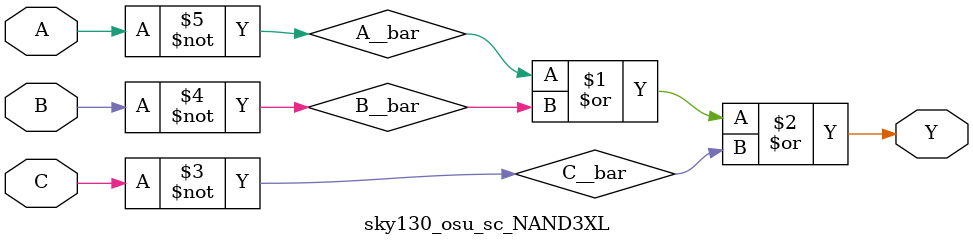
<source format=v>
`timescale 1ns/10ps
`celldefine
module sky130_osu_sc_NAND3XL (Y, A, B, C);
	output Y;
	input A, B, C;

	// Function
	wire A__bar, B__bar, C__bar;

	not (C__bar, C);
	not (B__bar, B);
	not (A__bar, A);
	or (Y, A__bar, B__bar, C__bar);

	// Timing
	specify
		(A => Y) = 0;
		(B => Y) = 0;
		(C => Y) = 0;
	endspecify
endmodule
`endcelldefine


</source>
